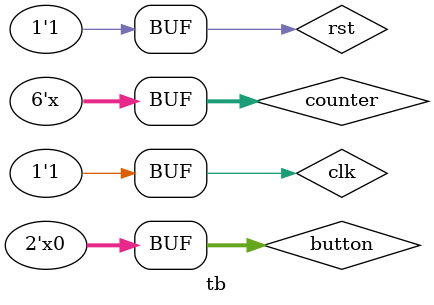
<source format=v>
`timescale 1ns / 1ps
module tb(

    );
    parameter PERIOD = 10;
    reg clk,rst;
    wire buzzer_out;
    wire hsync, vsync;
    wire [3:0] vga_r, vga_g, vga_b;
    reg [1:0] button;
    reg [5:0] counter; 
    initial
    begin
        #1
        clk = 1'b0;
        rst = 1'b1;
        #(PERIOD * 2);
        rst = 1'b0;
        #(PERIOD * 2);
        rst = 1'b1;
        button[0] = 1'b0;
        button[1] = 1'b0;
        counter <= 0;
    end
    
    
    
    always
    begin
        clk = 1'b0;
        #(PERIOD/2) clk = 1'b1;
        counter <= counter + 6'd1;
        if (counter == 6'd50)
            button[1] <= ~button[1];
        #(PERIOD/2);
    end
    
    top_flyinglogo mod(clk, rst, hsync, vsync, vga_r, vga_g, vga_b, buzzer_out, button);
    
endmodule

</source>
